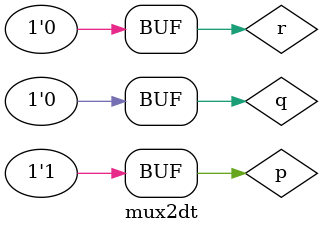
<source format=v>
module mux2gt();
wire o;
reg p,q,r;
mux2g m1(.a(p),.b(q),.s(r),.y(o));
initial
begin
p = 1'b0;
q = 1'b0;
r = 1'b0;
#100
p = 1'b0;
q = 1'b1;
r = 1'b1;
#100
p = 1'b0;
q = 1'b0;
r = 1'b1;
#100
p = 1'b1;
q = 1'b0;
r = 1'b0;
end
initial
$monitor($time    ,"a = '%b',  b = '%b', select = '%b', output = '%b' ", p,q,r,o);
endmodule

module mux2dt();
wire o;
reg p,q,r;
mux2d m2(.a(p),.b(q),.s(r),.y(o));
initial
begin
p = 1'b0;
q = 1'b0;
r = 1'b0;
#100
p = 1'b0;
q = 1'b1;
r = 1'b1;
#100
p = 1'b0;
q = 1'b0;
r = 1'b1;
#100
p = 1'b1;
q = 1'b0;
r = 1'b0;
end
endmodule

</source>
